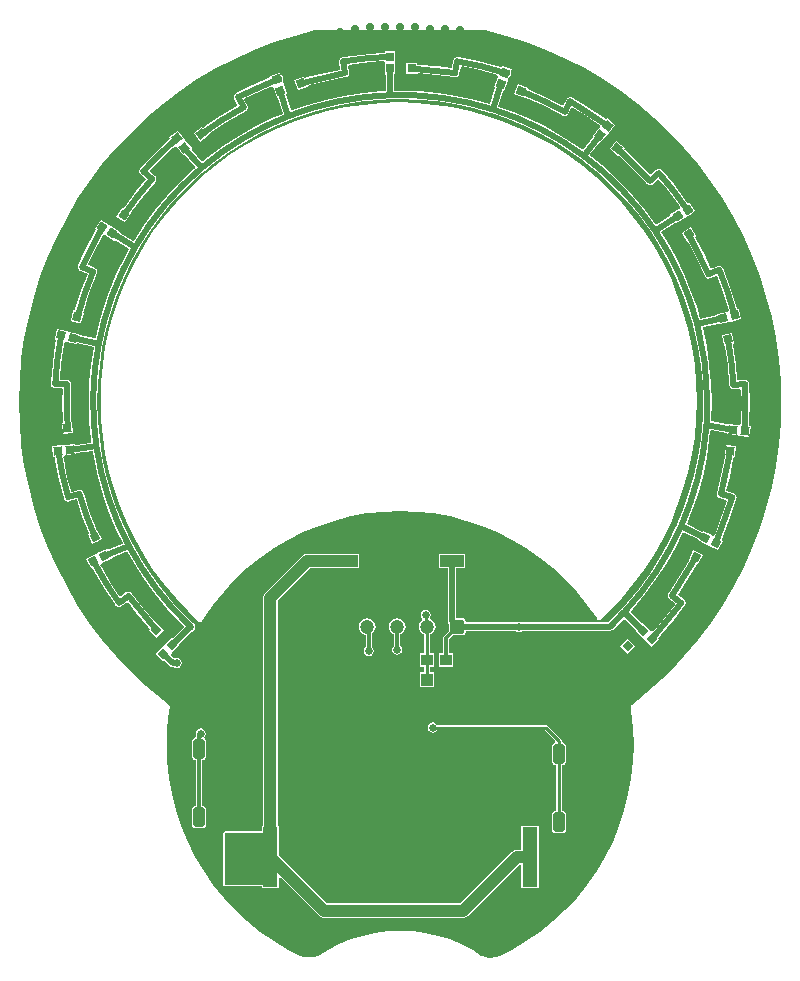
<source format=gtl>
G04*
G04 #@! TF.GenerationSoftware,Altium Limited,Altium Designer,18.1.7 (191)*
G04*
G04 Layer_Physical_Order=1*
G04 Layer_Color=255*
%FSLAX25Y25*%
%MOIN*%
G70*
G01*
G75*
%ADD11C,0.01000*%
%ADD15R,0.03937X0.03937*%
%ADD16R,0.03937X0.03740*%
%ADD17C,0.04724*%
G04:AMPARAMS|DCode=18|XSize=47.24mil|YSize=47.24mil|CornerRadius=5.91mil|HoleSize=0mil|Usage=FLASHONLY|Rotation=180.000|XOffset=0mil|YOffset=0mil|HoleType=Round|Shape=RoundedRectangle|*
%AMROUNDEDRECTD18*
21,1,0.04724,0.03543,0,0,180.0*
21,1,0.03543,0.04724,0,0,180.0*
1,1,0.01181,-0.01772,0.01772*
1,1,0.01181,0.01772,0.01772*
1,1,0.01181,0.01772,-0.01772*
1,1,0.01181,-0.01772,-0.01772*
%
%ADD18ROUNDEDRECTD18*%
%ADD19R,0.05000X0.20000*%
%ADD20R,0.15590X0.15590*%
%ADD21R,0.07874X0.03937*%
%ADD22P,0.03897X4X270.0*%
%ADD23P,0.03897X4X360.0*%
%ADD24P,0.03897X4X379.1*%
%ADD25P,0.03897X4X398.4*%
%ADD26P,0.03897X4X57.7*%
%ADD27P,0.03897X4X77.0*%
%ADD28P,0.03897X4X96.6*%
%ADD29P,0.03897X4X115.6*%
%ADD30R,0.02756X0.02756*%
%ADD31P,0.03897X4X154.5*%
%ADD32P,0.03897X4X173.5*%
%ADD33P,0.03897X4X192.8*%
%ADD34P,0.03897X4X212.1*%
%ADD35P,0.03897X4X231.4*%
%ADD36P,0.03897X4X250.7*%
G04:AMPARAMS|DCode=37|XSize=66.93mil|YSize=39.37mil|CornerRadius=9.84mil|HoleSize=0mil|Usage=FLASHONLY|Rotation=270.000|XOffset=0mil|YOffset=0mil|HoleType=Round|Shape=RoundedRectangle|*
%AMROUNDEDRECTD37*
21,1,0.06693,0.01968,0,0,270.0*
21,1,0.04724,0.03937,0,0,270.0*
1,1,0.01968,-0.00984,-0.02362*
1,1,0.01968,-0.00984,0.02362*
1,1,0.01968,0.00984,0.02362*
1,1,0.01968,0.00984,-0.02362*
%
%ADD37ROUNDEDRECTD37*%
%ADD62C,0.01968*%
%ADD63C,0.01181*%
%ADD64C,0.03937*%
%ADD65R,0.15000X0.17500*%
%ADD66C,0.02756*%
%ADD67C,0.02559*%
G36*
X28272Y123867D02*
X35173Y122087D01*
X41963Y119923D01*
X48621Y117381D01*
X55126Y114471D01*
X61458Y111199D01*
X67596Y107579D01*
X73522Y103619D01*
X79216Y99334D01*
X84661Y94736D01*
X89840Y89840D01*
X94736Y84661D01*
X99334Y79216D01*
X103619Y73522D01*
X107579Y67596D01*
X111199Y61458D01*
X114471Y55126D01*
X117381Y48621D01*
X119923Y41963D01*
X122087Y35173D01*
X123867Y28272D01*
X125258Y21282D01*
X126254Y14225D01*
X126853Y7124D01*
X127053Y0D01*
X126853Y-7124D01*
X126254Y-14225D01*
X125258Y-21282D01*
X123867Y-28272D01*
X122087Y-35173D01*
X119923Y-41963D01*
X117381Y-48621D01*
X114471Y-55126D01*
X111199Y-61458D01*
X107579Y-67596D01*
X103619Y-73522D01*
X99334Y-79216D01*
X94736Y-84661D01*
X89840Y-89840D01*
X84661Y-94736D01*
X79216Y-99334D01*
X77188Y-100860D01*
X77188Y-100860D01*
X77083Y-100967D01*
X76885Y-101265D01*
X76815Y-101616D01*
X76807Y-101766D01*
X76807D01*
X77047Y-103095D01*
X77641Y-108620D01*
X77840Y-114173D01*
X77641Y-119726D01*
X77047Y-125251D01*
X76061Y-130719D01*
X74687Y-136103D01*
X72932Y-141375D01*
X70806Y-146509D01*
X68318Y-151478D01*
X65483Y-156257D01*
X62314Y-160821D01*
X58827Y-165147D01*
X55041Y-169214D01*
X50974Y-173001D01*
X46648Y-176487D01*
X42083Y-179656D01*
X37305Y-182492D01*
X33152Y-184570D01*
X31693Y-185013D01*
X30000Y-185179D01*
X28307Y-185013D01*
X27520Y-184774D01*
D01*
X27083Y-184579D01*
X24095Y-182676D01*
X20366Y-180735D01*
X16482Y-179126D01*
X12472Y-177861D01*
X8368Y-176952D01*
X4200Y-176403D01*
X0Y-176219D01*
X-4200Y-176403D01*
X-8368Y-176952D01*
X-12472Y-177861D01*
X-16482Y-179126D01*
X-20366Y-180735D01*
X-24095Y-182676D01*
X-26772Y-184381D01*
X-26869Y-184433D01*
X-28497Y-184927D01*
X-30191Y-185094D01*
X-31884Y-184927D01*
X-33309Y-184494D01*
X-33311Y-184491D01*
X-33311Y-184491D01*
X-33311Y-184491D01*
X-37305Y-182492D01*
X-42083Y-179656D01*
X-46648Y-176487D01*
X-50974Y-173001D01*
X-55041Y-169214D01*
X-58827Y-165147D01*
X-62314Y-160821D01*
X-65483Y-156257D01*
X-68318Y-151478D01*
X-70806Y-146509D01*
X-72932Y-141375D01*
X-74687Y-136103D01*
X-76061Y-130719D01*
X-77047Y-125251D01*
X-77641Y-119726D01*
X-77840Y-114173D01*
X-77641Y-108620D01*
X-77047Y-103095D01*
X-76815Y-101807D01*
X-76815D01*
X-76808Y-101640D01*
X-76877Y-101289D01*
X-77076Y-100991D01*
X-77150Y-100888D01*
X-77150Y-100888D01*
X-79216Y-99334D01*
X-84661Y-94736D01*
X-89840Y-89840D01*
X-94736Y-84661D01*
X-99334Y-79216D01*
X-103619Y-73522D01*
X-107579Y-67596D01*
X-111199Y-61458D01*
X-114471Y-55126D01*
X-117381Y-48621D01*
X-119923Y-41963D01*
X-122087Y-35173D01*
X-123867Y-28272D01*
X-125258Y-21282D01*
X-126254Y-14225D01*
X-126853Y-7124D01*
X-127053Y0D01*
X-126853Y7124D01*
X-126254Y14225D01*
X-125258Y21282D01*
X-123867Y28272D01*
X-122087Y35173D01*
X-119923Y41963D01*
X-117381Y48621D01*
X-114471Y55126D01*
X-111199Y61458D01*
X-107579Y67596D01*
X-103619Y73522D01*
X-99334Y79216D01*
X-94736Y84661D01*
X-89840Y89840D01*
X-84661Y94736D01*
X-79216Y99334D01*
X-73522Y103619D01*
X-67596Y107579D01*
X-61458Y111199D01*
X-55126Y114471D01*
X-48621Y117381D01*
X-41963Y119923D01*
X-35173Y122087D01*
X-28272Y123867D01*
X-27605Y124000D01*
X27605D01*
X28272Y123867D01*
D02*
G37*
%LPC*%
G36*
X-1593Y116935D02*
X-5149D01*
Y116443D01*
X-6537Y116404D01*
X-13054Y115855D01*
X-19241Y114981D01*
X-19239Y114970D01*
X-19239Y114970D01*
X-19389Y114913D01*
X-19547Y114882D01*
X-19644Y114817D01*
X-19754Y114775D01*
X-19871Y114665D01*
X-20005Y114576D01*
X-20070Y114478D01*
X-20155Y114398D01*
X-20221Y114252D01*
X-20310Y114118D01*
X-20333Y114003D01*
X-20382Y113896D01*
X-20387Y113735D01*
X-20418Y113578D01*
X-20395Y113463D01*
X-20399Y113345D01*
X-19979Y110837D01*
X-25067Y109825D01*
X-31185Y108246D01*
X-31862Y108031D01*
X-32038Y108527D01*
X-35390Y107340D01*
X-34203Y103988D01*
X-30851Y105175D01*
Y105175D01*
X-30722Y105436D01*
X-30405Y105537D01*
X-24439Y107076D01*
X-18397Y108278D01*
X-18200Y108306D01*
X-18124Y108303D01*
X-17974Y108360D01*
X-17817Y108391D01*
X-17719Y108457D01*
X-17609Y108498D01*
X-17492Y108608D01*
X-17359Y108697D01*
X-17293Y108795D01*
X-17208Y108876D01*
X-17142Y109022D01*
X-17053Y109155D01*
X-17030Y109270D01*
X-16982Y109378D01*
X-16977Y109538D01*
X-16945Y109695D01*
X-16968Y109810D01*
X-16965Y109928D01*
X-17319Y112044D01*
X-17023Y112448D01*
X-12738Y113053D01*
X-6379Y113589D01*
X-5552Y113612D01*
X-5149Y113220D01*
Y112998D01*
X-5149Y112879D01*
Y109442D01*
X-5149D01*
X-4807Y109097D01*
X-4872Y103647D01*
X-6267Y103604D01*
X-12511Y103037D01*
X-18709Y102094D01*
X-24839Y100778D01*
X-30879Y99094D01*
X-36010Y97324D01*
X-36456Y97549D01*
X-38048Y102626D01*
X-37643Y102770D01*
X-38790Y106010D01*
X-38830Y106122D01*
X-38996Y106593D01*
X-39176Y107099D01*
X-39025Y107325D01*
X-38918Y107865D01*
X-39025Y108405D01*
X-39331Y108863D01*
X-39789Y109169D01*
X-39918Y109194D01*
X-40144Y109833D01*
X-43496Y108646D01*
X-43338Y108201D01*
X-44616Y107713D01*
X-50586Y105042D01*
X-54627Y102954D01*
X-54726Y102924D01*
X-54887Y102792D01*
X-55061Y102676D01*
X-55099Y102619D01*
X-55152Y102576D01*
X-55251Y102392D01*
X-55367Y102218D01*
X-55380Y102151D01*
X-55413Y102091D01*
X-55434Y101883D01*
X-55475Y101678D01*
X-55461Y101611D01*
X-55468Y101543D01*
X-55408Y101343D01*
X-55367Y101138D01*
X-55329Y101081D01*
X-55309Y101015D01*
X-54289Y99097D01*
X-54438Y98620D01*
X-54491Y98593D01*
X-59933Y95383D01*
X-65187Y91872D01*
X-65764Y91437D01*
X-66075Y91828D01*
X-68858Y89615D01*
X-66645Y86832D01*
X-63862Y89045D01*
Y89045D01*
X-63820Y89373D01*
X-63555Y89573D01*
X-58433Y92995D01*
X-53127Y96125D01*
X-51545Y96942D01*
X-51552Y96956D01*
X-51390Y97088D01*
X-51217Y97204D01*
X-51179Y97261D01*
X-51126Y97304D01*
X-51027Y97488D01*
X-50911Y97662D01*
X-50898Y97729D01*
X-50865Y97789D01*
X-50844Y97997D01*
X-50804Y98202D01*
X-50817Y98269D01*
X-50810Y98337D01*
X-50870Y98537D01*
X-50911Y98742D01*
X-50949Y98799D01*
X-50969Y98864D01*
X-51973Y100752D01*
X-51824Y101230D01*
X-49362Y102501D01*
X-43537Y105108D01*
X-42766Y105402D01*
X-42265Y105171D01*
X-42142Y104823D01*
X-40995Y101583D01*
X-40995D01*
X-40621Y101396D01*
X-38976Y96150D01*
X-42598Y94649D01*
X-48235Y91905D01*
X-53697Y88825D01*
X-58962Y85421D01*
X-64012Y81705D01*
X-65988Y80057D01*
X-69538Y84158D01*
X-69500Y84560D01*
Y84560D01*
X-71640Y87250D01*
X-71714Y87343D01*
X-72678Y88555D01*
X-72718Y88756D01*
X-73024Y89214D01*
X-73404Y89468D01*
X-74165Y90424D01*
X-76948Y88211D01*
X-76637Y87820D01*
X-77688Y86933D01*
X-82440Y82440D01*
X-86633Y78005D01*
X-86628Y78000D01*
X-86628Y78000D01*
X-86750Y77794D01*
X-86883Y77596D01*
X-86890Y77559D01*
X-86909Y77526D01*
X-86943Y77290D01*
X-86990Y77055D01*
X-86983Y77019D01*
X-86988Y76982D01*
X-86929Y76750D01*
X-86883Y76515D01*
X-86862Y76484D01*
X-86853Y76448D01*
X-86709Y76256D01*
X-86577Y76057D01*
X-86545Y76037D01*
X-86523Y76007D01*
X-84635Y74306D01*
X-88073Y70236D01*
X-91872Y65187D01*
X-92279Y64578D01*
X-92702Y64845D01*
X-94597Y61836D01*
X-91588Y59941D01*
X-89693Y62950D01*
X-89693Y62950D01*
X-89762Y63272D01*
X-89573Y63555D01*
X-85868Y68477D01*
X-81893Y73185D01*
X-81649Y73443D01*
X-81604Y73477D01*
X-81482Y73682D01*
X-81349Y73881D01*
X-81342Y73918D01*
X-81322Y73950D01*
X-81288Y74187D01*
X-81242Y74421D01*
X-81249Y74458D01*
X-81243Y74495D01*
X-81302Y74727D01*
X-81349Y74961D01*
X-81370Y74992D01*
X-81379Y75029D01*
X-81522Y75220D01*
X-81655Y75419D01*
X-81686Y75440D01*
X-81709Y75470D01*
X-83302Y76905D01*
X-83322Y77404D01*
X-80446Y80446D01*
X-75809Y84830D01*
X-75192Y85351D01*
X-74628Y85295D01*
X-74497Y85129D01*
X-74423Y85036D01*
X-72283Y82347D01*
X-71939Y82620D01*
X-68391Y78520D01*
X-68431Y78021D01*
X-68828Y77691D01*
X-73393Y73393D01*
X-77691Y68828D01*
X-81705Y64012D01*
X-85421Y58962D01*
X-88825Y53697D01*
X-88975Y53658D01*
X-93423Y56382D01*
X-93533Y56854D01*
Y56854D01*
X-96441Y58685D01*
X-96542Y58749D01*
X-96864Y58951D01*
X-96965Y59015D01*
X-99873Y60846D01*
X-101768Y57837D01*
X-101346Y57572D01*
X-102040Y56396D01*
X-105042Y50586D01*
X-107285Y45572D01*
X-107302Y45547D01*
X-107304Y45541D01*
X-107307Y45536D01*
X-107360Y45271D01*
X-107414Y45008D01*
X-107413Y45002D01*
X-107414Y44996D01*
X-107362Y44732D01*
X-107312Y44467D01*
X-107308Y44462D01*
X-107307Y44456D01*
X-107157Y44232D01*
X-107010Y44006D01*
X-107004Y44003D01*
X-107001Y43998D01*
X-106777Y43848D01*
X-106554Y43696D01*
X-104227Y42709D01*
X-106327Y37206D01*
X-108246Y31185D01*
X-108437Y30448D01*
X-108920Y30559D01*
X-109714Y27093D01*
X-108680Y26856D01*
X-108676Y26849D01*
X-108218Y26543D01*
X-107678Y26436D01*
X-107233Y26524D01*
X-106248Y26299D01*
X-105454Y29765D01*
X-105454Y29765D01*
X-105628Y30051D01*
X-105537Y30405D01*
X-103666Y36274D01*
X-101469Y42030D01*
X-101078Y42905D01*
X-101078Y42905D01*
X-101075Y42917D01*
X-101070Y42940D01*
X-100984Y43366D01*
X-100968Y43445D01*
X-100969Y43451D01*
X-100968Y43457D01*
X-101020Y43721D01*
X-101070Y43986D01*
X-101074Y43991D01*
X-101075Y43997D01*
X-101225Y44221D01*
X-101372Y44447D01*
X-101377Y44450D01*
X-101381Y44455D01*
X-101605Y44605D01*
X-101828Y44756D01*
X-103797Y45592D01*
X-103980Y46058D01*
X-102501Y49362D01*
X-99572Y55032D01*
X-99167Y55719D01*
X-98616Y55853D01*
X-98436Y55739D01*
X-98336Y55676D01*
X-95428Y53845D01*
X-95221Y54173D01*
X-90267Y51139D01*
X-91905Y48235D01*
X-94649Y42598D01*
X-97049Y36806D01*
X-99094Y30879D01*
X-100778Y24839D01*
X-101489Y21525D01*
X-101910Y21254D01*
X-106799Y22326D01*
X-107062Y22742D01*
Y22742D01*
X-110413Y23509D01*
X-110900Y23621D01*
X-111016Y23648D01*
X-114366Y24415D01*
X-115160Y20949D01*
X-114680Y20839D01*
X-114940Y19529D01*
X-115855Y13054D01*
X-116399Y6597D01*
X-116404Y6537D01*
X-116416Y6101D01*
X-116411Y6027D01*
X-116304Y5487D01*
X-115998Y5029D01*
X-115540Y4723D01*
X-115000Y4615D01*
X-112878D01*
X-112530Y4257D01*
X-112649Y0D01*
X-112472Y-6316D01*
X-112409Y-7063D01*
X-112908Y-7119D01*
X-112512Y-10653D01*
X-108978Y-10256D01*
X-109375Y-6723D01*
X-109375D01*
X-109626Y-6516D01*
X-109657Y-6158D01*
X-109829Y0D01*
X-109668Y5747D01*
X-109668Y5747D01*
X-109657Y5821D01*
X-109657Y6027D01*
X-109657Y6027D01*
X-109696Y6227D01*
X-109764Y6567D01*
X-110070Y7025D01*
X-110528Y7331D01*
X-111068Y7438D01*
X-113130D01*
X-113469Y7806D01*
X-113053Y12738D01*
X-112161Y19057D01*
X-112010Y19813D01*
X-111537Y20119D01*
X-111322Y20070D01*
X-111207Y20043D01*
X-107856Y19276D01*
X-107771Y19649D01*
X-102138Y18415D01*
X-103037Y12511D01*
X-103604Y6267D01*
X-103794Y0D01*
X-103604Y-6267D01*
X-103037Y-12511D01*
X-102933Y-13194D01*
X-103236Y-13592D01*
X-108184Y-14189D01*
X-108572Y-13882D01*
Y-13882D01*
X-111987Y-14266D01*
X-112105Y-14279D01*
X-112484Y-14321D01*
X-112602Y-14334D01*
X-116018Y-14718D01*
X-115621Y-18251D01*
X-115129Y-18196D01*
X-114940Y-19529D01*
X-113664Y-25943D01*
X-112067Y-32135D01*
X-112067Y-32135D01*
X-112000Y-32282D01*
X-111917Y-32407D01*
X-111832Y-32560D01*
X-111801Y-32620D01*
X-111739Y-32673D01*
X-111695Y-32740D01*
X-111531Y-32849D01*
X-111381Y-32976D01*
X-111304Y-33001D01*
X-111237Y-33046D01*
X-111044Y-33084D01*
X-110856Y-33144D01*
X-110776Y-33137D01*
X-110696Y-33153D01*
X-110503Y-33115D01*
X-110307Y-33098D01*
X-107860Y-32397D01*
X-106327Y-37206D01*
X-104074Y-43109D01*
X-103765Y-43801D01*
X-104219Y-44019D01*
X-102677Y-47223D01*
X-101396Y-46607D01*
X-101065Y-46541D01*
X-100607Y-46235D01*
X-100599Y-46224D01*
X-99472Y-45681D01*
X-101014Y-42477D01*
X-101014D01*
X-101319Y-42366D01*
X-101469Y-42030D01*
X-103666Y-36274D01*
X-105537Y-30405D01*
X-105547Y-30365D01*
X-105555Y-30268D01*
X-105592Y-30196D01*
X-105608Y-30116D01*
X-105717Y-29953D01*
X-105807Y-29778D01*
X-105869Y-29726D01*
X-105914Y-29658D01*
X-106078Y-29549D01*
X-106228Y-29422D01*
X-106305Y-29397D01*
X-106372Y-29353D01*
X-106565Y-29314D01*
X-106752Y-29254D01*
X-106833Y-29261D01*
X-106912Y-29245D01*
X-107105Y-29283D01*
X-107301Y-29300D01*
X-109365Y-29892D01*
X-109799Y-29643D01*
X-110916Y-25316D01*
X-112161Y-19057D01*
X-112270Y-18283D01*
X-111924Y-17837D01*
X-111709Y-17812D01*
X-111591Y-17799D01*
X-108175Y-17416D01*
X-108218Y-17037D01*
X-102454Y-16341D01*
X-102094Y-18709D01*
X-100778Y-24839D01*
X-99094Y-30879D01*
X-97049Y-36806D01*
X-94649Y-42598D01*
X-92565Y-46880D01*
X-92742Y-47347D01*
X-97688Y-49389D01*
X-97890Y-48969D01*
X-100987Y-50460D01*
X-101094Y-50511D01*
X-101545Y-50728D01*
X-104642Y-52219D01*
X-103100Y-55423D01*
X-102654Y-55208D01*
X-102040Y-56396D01*
X-98717Y-62028D01*
X-95200Y-67292D01*
X-95084Y-67466D01*
X-94909Y-67698D01*
X-94749Y-67870D01*
X-94616Y-67959D01*
X-94499Y-68069D01*
X-94389Y-68111D01*
X-94292Y-68176D01*
X-94134Y-68208D01*
X-93984Y-68264D01*
X-93867Y-68261D01*
X-93752Y-68284D01*
X-93594Y-68252D01*
X-93434Y-68247D01*
X-93327Y-68199D01*
X-93211Y-68176D01*
X-93078Y-68087D01*
X-92932Y-68021D01*
X-90854Y-66539D01*
X-88073Y-70236D01*
X-83996Y-75063D01*
X-83466Y-75624D01*
X-83819Y-75977D01*
X-81305Y-78492D01*
X-78790Y-75977D01*
X-81305Y-73463D01*
X-81305D01*
X-81634Y-73458D01*
X-81893Y-73185D01*
X-85868Y-68477D01*
X-89373Y-63820D01*
X-89397Y-63766D01*
X-89483Y-63686D01*
X-89548Y-63588D01*
X-89682Y-63499D01*
X-89798Y-63389D01*
X-89908Y-63348D01*
X-90006Y-63282D01*
X-90163Y-63251D01*
X-90313Y-63194D01*
X-90431Y-63198D01*
X-90546Y-63175D01*
X-90703Y-63206D01*
X-90864Y-63211D01*
X-90971Y-63259D01*
X-91086Y-63282D01*
X-91220Y-63371D01*
X-91366Y-63437D01*
X-93119Y-64688D01*
X-93611Y-64598D01*
X-96330Y-60528D01*
X-99572Y-55032D01*
X-99927Y-54345D01*
X-99748Y-53810D01*
X-99445Y-53664D01*
X-96348Y-52173D01*
Y-52173D01*
X-96219Y-51836D01*
X-91072Y-49712D01*
X-88825Y-53697D01*
X-85421Y-58962D01*
X-81705Y-64012D01*
X-77691Y-68828D01*
X-73393Y-73393D01*
X-72125Y-74587D01*
X-72120Y-75087D01*
X-75938Y-78829D01*
X-76210Y-78557D01*
X-78641Y-80988D01*
X-78725Y-81072D01*
X-78994Y-81341D01*
X-79078Y-81425D01*
X-81509Y-83856D01*
X-78994Y-86370D01*
X-78735Y-86111D01*
X-76848Y-87998D01*
X-76390Y-88304D01*
X-75850Y-88411D01*
X-75411D01*
X-75155Y-88582D01*
X-74500Y-88712D01*
X-73845Y-88582D01*
X-73289Y-88211D01*
X-72918Y-87655D01*
X-72788Y-87000D01*
X-72918Y-86345D01*
X-73289Y-85789D01*
X-73845Y-85418D01*
X-74500Y-85288D01*
X-75155Y-85418D01*
X-75324Y-85530D01*
X-76489Y-84365D01*
Y-83865D01*
X-76210Y-83586D01*
X-76126Y-83502D01*
X-73696Y-81072D01*
Y-81072D01*
X-73694Y-80581D01*
X-69681Y-76649D01*
X-69345Y-76582D01*
X-68789Y-76211D01*
X-68418Y-75655D01*
X-68288Y-75000D01*
X-68418Y-74345D01*
X-68789Y-73789D01*
X-69036Y-73624D01*
X-71399Y-71399D01*
X-75580Y-66958D01*
X-79485Y-62273D01*
X-83100Y-57360D01*
X-86412Y-52238D01*
X-89143Y-47395D01*
X-89144Y-47389D01*
X-89145Y-47388D01*
X-89145Y-47387D01*
X-89160Y-47364D01*
X-89408Y-46925D01*
X-92078Y-41441D01*
X-94412Y-35806D01*
X-96402Y-30040D01*
X-98040Y-24165D01*
X-99320Y-18201D01*
X-99872Y-14571D01*
X-100238Y-12171D01*
X-100790Y-6097D01*
X-100974Y0D01*
X-100790Y6097D01*
X-100238Y12171D01*
X-99320Y18201D01*
X-98040Y24165D01*
X-96402Y30040D01*
X-94412Y35806D01*
X-92078Y41441D01*
X-89408Y46925D01*
X-87154Y50921D01*
X-86412Y52238D01*
X-83100Y57360D01*
X-79485Y62273D01*
X-75580Y66958D01*
X-71399Y71399D01*
X-66958Y75580D01*
X-65240Y77012D01*
X-62273Y79485D01*
X-57360Y83100D01*
X-52238Y86412D01*
X-46925Y89408D01*
X-41441Y92078D01*
X-36730Y94029D01*
X-35806Y94412D01*
X-30040Y96402D01*
X-24165Y98040D01*
X-18201Y99320D01*
X-12171Y100238D01*
X-6097Y100790D01*
X-3428Y100870D01*
X0Y100974D01*
X6097Y100790D01*
X12171Y100238D01*
X18201Y99320D01*
X24165Y98040D01*
X30040Y96402D01*
X30279Y96320D01*
X30310Y96299D01*
X30369Y96287D01*
X30421Y96258D01*
X30475Y96252D01*
X35806Y94412D01*
X41441Y92078D01*
X46925Y89408D01*
X52238Y86412D01*
X57360Y83100D01*
X60241Y80980D01*
X62273Y79485D01*
X66958Y75580D01*
X71399Y71399D01*
X75580Y66958D01*
X79485Y62273D01*
X83100Y57360D01*
X83837Y56220D01*
X86412Y52238D01*
X89408Y46925D01*
X92078Y41441D01*
X94412Y35806D01*
X96402Y30040D01*
X97629Y25640D01*
X98040Y24165D01*
X99320Y18201D01*
X100238Y12171D01*
X100790Y6097D01*
X100971Y101D01*
X100951Y0D01*
X100971Y-101D01*
X100790Y-6097D01*
X100672Y-7399D01*
X100563Y-8594D01*
X100238Y-12171D01*
X99320Y-18201D01*
X98040Y-24165D01*
X96402Y-30040D01*
X94412Y-35806D01*
X92353Y-40778D01*
X92344Y-40790D01*
X92338Y-40815D01*
X92329Y-40836D01*
X92312Y-40861D01*
X92306Y-40890D01*
X92078Y-41441D01*
X89408Y-46925D01*
X86412Y-52238D01*
X83100Y-57360D01*
X79485Y-62273D01*
X75580Y-66958D01*
X73674Y-68983D01*
Y-68983D01*
X73674Y-69014D01*
X69267Y-73421D01*
X40160D01*
X40155Y-73418D01*
X39500Y-73288D01*
X38845Y-73418D01*
X38840Y-73421D01*
X21782D01*
Y-73061D01*
X21705Y-72674D01*
X21486Y-72347D01*
X21158Y-72128D01*
X20772Y-72051D01*
X18628D01*
Y-55305D01*
X21554D01*
Y-50568D01*
X12879D01*
Y-55305D01*
X15805D01*
Y-73049D01*
X15913Y-73589D01*
X16218Y-74047D01*
Y-76186D01*
X14585Y-77819D01*
X14366Y-78147D01*
X14289Y-78533D01*
Y-83730D01*
X12931D01*
Y-88270D01*
X17668D01*
Y-83730D01*
X16309D01*
Y-78952D01*
X17647Y-77614D01*
X20772D01*
X21158Y-77537D01*
X21486Y-77318D01*
X21705Y-76991D01*
X21782Y-76604D01*
Y-76244D01*
X38339D01*
X38845Y-76582D01*
X39500Y-76712D01*
X40155Y-76582D01*
X40661Y-76244D01*
X69851D01*
X70391Y-76136D01*
X70849Y-75831D01*
X74463Y-72216D01*
X74963Y-72218D01*
X78737Y-76038D01*
X78469Y-76305D01*
X80900Y-78736D01*
X80984Y-78820D01*
X81253Y-79089D01*
X81337Y-79173D01*
X83768Y-81604D01*
X86282Y-79089D01*
X85935Y-78742D01*
X86933Y-77688D01*
X91152Y-72691D01*
X94909Y-67698D01*
X94901Y-67692D01*
X94966Y-67546D01*
X95055Y-67412D01*
X95078Y-67297D01*
X95127Y-67190D01*
X95132Y-67030D01*
X95163Y-66872D01*
X95140Y-66757D01*
X95144Y-66639D01*
X95087Y-66489D01*
X95055Y-66332D01*
X94990Y-66234D01*
X94948Y-66124D01*
X94839Y-66008D01*
X94749Y-65874D01*
X94652Y-65809D01*
X94571Y-65723D01*
X92501Y-64246D01*
X95383Y-59933D01*
X98593Y-54491D01*
X98893Y-53910D01*
X99334Y-54124D01*
X100887Y-50926D01*
X97689Y-49372D01*
X96135Y-52571D01*
X96135Y-52571D01*
X96244Y-52897D01*
X96125Y-53127D01*
X92995Y-58433D01*
X89573Y-63555D01*
X89453Y-63714D01*
X89397Y-63766D01*
X89331Y-63913D01*
X89242Y-64046D01*
X89219Y-64161D01*
X89171Y-64269D01*
X89166Y-64429D01*
X89135Y-64586D01*
X89158Y-64701D01*
X89154Y-64819D01*
X89211Y-64969D01*
X89242Y-65126D01*
X89308Y-65224D01*
X89349Y-65334D01*
X89459Y-65451D01*
X89548Y-65584D01*
X89646Y-65649D01*
X89727Y-65735D01*
X91474Y-66981D01*
X91550Y-67475D01*
X88947Y-70933D01*
X84830Y-75809D01*
X84219Y-76456D01*
X83657Y-76464D01*
X83498Y-76305D01*
X83414Y-76221D01*
X80984Y-73791D01*
X80983Y-73791D01*
X80483Y-73790D01*
X76662Y-69921D01*
X77691Y-68828D01*
X81705Y-64012D01*
X85421Y-58962D01*
X88825Y-53697D01*
X91905Y-48235D01*
X94308Y-43300D01*
X99120Y-45613D01*
X99285Y-46085D01*
X99282Y-46090D01*
X102374Y-47591D01*
X102824Y-47810D01*
X102931Y-47862D01*
X106023Y-49363D01*
X107576Y-46164D01*
X107119Y-45943D01*
X107713Y-44616D01*
X110045Y-38506D01*
X111923Y-32614D01*
X112031Y-32276D01*
X112067Y-32135D01*
X112053Y-32131D01*
X112069Y-31935D01*
X112108Y-31742D01*
X112092Y-31662D01*
X112099Y-31582D01*
X112039Y-31395D01*
X112000Y-31202D01*
X111955Y-31134D01*
X111931Y-31058D01*
X111804Y-30907D01*
X111695Y-30744D01*
X111627Y-30699D01*
X111575Y-30637D01*
X111400Y-30547D01*
X111237Y-30438D01*
X111157Y-30422D01*
X111085Y-30385D01*
X108634Y-29682D01*
X109825Y-25067D01*
X111057Y-18869D01*
X111150Y-18214D01*
X111638Y-18270D01*
X112047Y-14738D01*
X108515Y-14329D01*
X108106Y-17862D01*
X108106D01*
X108315Y-18132D01*
X108278Y-18397D01*
X107076Y-24439D01*
X105590Y-30201D01*
X105555Y-30268D01*
X105539Y-30464D01*
X105501Y-30656D01*
X105516Y-30736D01*
X105510Y-30816D01*
X105570Y-31004D01*
X105608Y-31197D01*
X105653Y-31264D01*
X105678Y-31341D01*
X105805Y-31491D01*
X105914Y-31655D01*
X105981Y-31699D01*
X106033Y-31761D01*
X106208Y-31851D01*
X106372Y-31960D01*
X106451Y-31976D01*
X106523Y-32013D01*
X108591Y-32606D01*
X108827Y-33047D01*
X107384Y-37575D01*
X105108Y-43537D01*
X104751Y-44336D01*
X104213Y-44531D01*
X104034Y-44445D01*
X103928Y-44393D01*
X100836Y-42891D01*
X100672Y-43227D01*
X95432Y-40708D01*
X97049Y-36806D01*
X99094Y-30879D01*
X100778Y-24839D01*
X102094Y-18709D01*
X103037Y-12511D01*
X103307Y-9541D01*
X103706Y-9239D01*
X108990Y-10222D01*
X108934Y-10705D01*
X112348Y-11100D01*
X112466Y-11113D01*
X112845Y-11157D01*
X112963Y-11171D01*
X116377Y-11566D01*
X116786Y-8034D01*
X116283Y-7975D01*
X116404Y-6537D01*
X116588Y0D01*
X116416Y6101D01*
X116409Y6101D01*
X116409Y6101D01*
X116350Y6333D01*
X116304Y6567D01*
X116283Y6598D01*
X116274Y6634D01*
X116130Y6826D01*
X115998Y7025D01*
X115966Y7046D01*
X115944Y7076D01*
X115739Y7198D01*
X115540Y7331D01*
X115503Y7338D01*
X115471Y7357D01*
X115234Y7392D01*
X115000Y7438D01*
X114963Y7431D01*
X114926Y7436D01*
X112389Y7303D01*
X111941Y12613D01*
X111057Y18869D01*
X110926Y19528D01*
X111407Y19636D01*
X110626Y23105D01*
X107157Y22324D01*
X107938Y18855D01*
X107938D01*
X108223Y18669D01*
X108278Y18397D01*
X109139Y12297D01*
X109657Y6158D01*
X109667Y5802D01*
X109659Y5747D01*
X109718Y5515D01*
X109764Y5281D01*
X109785Y5250D01*
X109794Y5213D01*
X109937Y5022D01*
X110070Y4823D01*
X110101Y4802D01*
X110124Y4772D01*
X110329Y4650D01*
X110528Y4517D01*
X110565Y4510D01*
X110597Y4490D01*
X110834Y4456D01*
X111068Y4409D01*
X111105Y4417D01*
X111142Y4411D01*
X113283Y4524D01*
X113651Y4185D01*
X113768Y0D01*
X113589Y-6379D01*
X113516Y-7242D01*
X113074Y-7604D01*
X112875Y-7581D01*
X112757Y-7567D01*
X109343Y-7172D01*
X109343Y-7172D01*
X109078Y-7368D01*
X103597Y-6348D01*
X103604Y-6267D01*
X103794Y0D01*
X103604Y6267D01*
X103037Y12511D01*
X102094Y18709D01*
X100778Y24839D01*
X100862Y24982D01*
X105930Y26152D01*
X106354Y25886D01*
X106354Y25883D01*
X109707Y26639D01*
X109823Y26665D01*
X110195Y26749D01*
X110311Y26775D01*
X113664Y27530D01*
X112882Y30999D01*
X112389Y30888D01*
X112031Y32276D01*
X110045Y38506D01*
X107713Y44616D01*
X107696Y44609D01*
X107390Y45067D01*
X106932Y45373D01*
X106392Y45480D01*
X105851Y45373D01*
X103497Y44398D01*
X101493Y48877D01*
X98593Y54491D01*
X98258Y55058D01*
X98705Y55337D01*
X96820Y58353D01*
X93805Y56469D01*
X95689Y53453D01*
X95689D01*
X95974Y53383D01*
X96125Y53127D01*
X98953Y47653D01*
X101433Y42112D01*
X101450Y42022D01*
X101756Y41564D01*
X102214Y41258D01*
X102754Y41151D01*
X103294Y41258D01*
X105280Y42081D01*
X105739Y41883D01*
X107384Y37575D01*
X109322Y31495D01*
X109536Y30665D01*
X109238Y30178D01*
X109042Y30134D01*
X108925Y30108D01*
X105573Y29352D01*
X105655Y28985D01*
X99987Y27676D01*
X99094Y30879D01*
X97049Y36806D01*
X94649Y42598D01*
X91905Y48235D01*
X88825Y53697D01*
X86943Y56607D01*
X91458Y59651D01*
X91871Y59563D01*
X91871Y59563D01*
X94786Y61384D01*
X94887Y61447D01*
X95210Y61649D01*
X96013Y62151D01*
X96028Y62148D01*
X96568Y62256D01*
X97026Y62562D01*
X97281Y62944D01*
X98225Y63534D01*
X96341Y66549D01*
X95886Y66265D01*
X95084Y67466D01*
X91152Y72691D01*
X87308Y77243D01*
X87308Y77243D01*
X87246Y77304D01*
X87073Y77419D01*
X86918Y77535D01*
X86866Y77574D01*
X86824Y77585D01*
X86788Y77610D01*
X86559Y77655D01*
X86334Y77714D01*
X86291Y77709D01*
X86248Y77717D01*
X86019Y77672D01*
X85788Y77640D01*
X85751Y77618D01*
X85708Y77610D01*
X85514Y77480D01*
X85313Y77363D01*
X83412Y75681D01*
X79655Y79655D01*
X75063Y83996D01*
X74540Y84438D01*
X74865Y84848D01*
X72079Y87056D01*
X69870Y84270D01*
X72657Y82061D01*
X72657D01*
X72951Y82090D01*
X73185Y81893D01*
X77661Y77661D01*
X81893Y73185D01*
X82224Y72793D01*
X82242Y72762D01*
X82277Y72735D01*
X82301Y72699D01*
X82495Y72569D01*
X82680Y72428D01*
X82723Y72417D01*
X82759Y72393D01*
X82988Y72347D01*
X83213Y72288D01*
X83256Y72294D01*
X83299Y72285D01*
X83528Y72331D01*
X83759Y72362D01*
X83797Y72384D01*
X83839Y72393D01*
X84033Y72522D01*
X84234Y72640D01*
X85839Y74060D01*
X86338Y74023D01*
X88947Y70933D01*
X92785Y65834D01*
X93260Y65122D01*
X93137Y64547D01*
X92901Y64400D01*
X89987Y62579D01*
X90213Y62216D01*
X85409Y58978D01*
X81705Y64012D01*
X77691Y68828D01*
X73393Y73393D01*
X68828Y77691D01*
X64012Y81705D01*
X63403Y82153D01*
X63340Y82649D01*
X66704Y86778D01*
X67010Y86536D01*
X69145Y89230D01*
X69219Y89323D01*
X69456Y89621D01*
X69530Y89715D01*
X71664Y92408D01*
X68878Y94617D01*
X68582Y94244D01*
X67466Y95084D01*
X62028Y98717D01*
X57436Y101427D01*
X57401Y101456D01*
X57319Y101484D01*
X57246Y101532D01*
X57059Y101569D01*
X56878Y101629D01*
X56792Y101622D01*
X56706Y101639D01*
X56519Y101602D01*
X56329Y101588D01*
X56251Y101549D01*
X56166Y101532D01*
X56008Y101426D01*
X55837Y101340D01*
X55781Y101274D01*
X55708Y101226D01*
X55602Y101067D01*
X55478Y100923D01*
X54234Y98725D01*
X48877Y101493D01*
X43109Y104074D01*
X42458Y104323D01*
X42623Y104791D01*
X39269Y105972D01*
X38087Y102618D01*
X41442Y101437D01*
X41442Y101437D01*
X41746Y101578D01*
X42030Y101469D01*
X47653Y98953D01*
X53127Y96125D01*
X54070Y95569D01*
Y95569D01*
X54228Y95497D01*
X54403Y95463D01*
X54538Y95420D01*
X54596Y95401D01*
X54682Y95407D01*
X54768Y95390D01*
X54955Y95427D01*
X55145Y95441D01*
X55222Y95481D01*
X55308Y95497D01*
X55466Y95603D01*
X55637Y95689D01*
X55693Y95755D01*
X55766Y95803D01*
X55871Y95962D01*
X55996Y96106D01*
X57049Y97968D01*
X57532Y98097D01*
X60528Y96330D01*
X65834Y92785D01*
X66514Y92273D01*
X66585Y91724D01*
X66432Y91531D01*
X66358Y91438D01*
X64223Y88745D01*
Y88745D01*
X64276Y88266D01*
X60834Y84043D01*
X58962Y85421D01*
X53697Y88825D01*
X48235Y91905D01*
X42598Y94649D01*
X36806Y97049D01*
X32616Y98495D01*
X34256Y103636D01*
X34646Y103830D01*
X34646D01*
X35787Y107072D01*
X35954Y107543D01*
X35993Y107655D01*
X36211Y108274D01*
X36584Y108523D01*
X36890Y108981D01*
X36997Y109521D01*
X36890Y110061D01*
X36857Y110110D01*
X37135Y110897D01*
X33781Y112078D01*
X33614Y111604D01*
X32276Y112031D01*
X25943Y113664D01*
X19734Y114900D01*
X19529Y114940D01*
X19241Y114981D01*
X19006Y114989D01*
X18849Y114958D01*
X18689Y114953D01*
X18582Y114905D01*
X18466Y114882D01*
X18333Y114793D01*
X18187Y114727D01*
X18106Y114641D01*
X18009Y114576D01*
X17919Y114443D01*
X17810Y114326D01*
X17768Y114216D01*
X17703Y114118D01*
X17671Y113961D01*
X17615Y113811D01*
X17193Y111294D01*
X12613Y111941D01*
X6316Y112472D01*
X5612Y112492D01*
Y112998D01*
X2056D01*
Y109442D01*
X5612D01*
Y109442D01*
X5841Y109666D01*
X6158Y109657D01*
X12297Y109139D01*
X18069Y108324D01*
X18124Y108303D01*
X18241Y108307D01*
X18357Y108284D01*
X18514Y108315D01*
X18674Y108320D01*
X18781Y108368D01*
X18897Y108391D01*
X19030Y108480D01*
X19176Y108546D01*
X19257Y108632D01*
X19355Y108697D01*
X19444Y108830D01*
X19554Y108947D01*
X19595Y109057D01*
X19661Y109155D01*
X19692Y109312D01*
X19749Y109462D01*
X20104Y111586D01*
X20516Y111870D01*
X25316Y110916D01*
X31495Y109322D01*
X32288Y109069D01*
X32541Y108560D01*
X32473Y108365D01*
X32433Y108253D01*
X31292Y105011D01*
X31687Y104872D01*
X29929Y99359D01*
X24839Y100778D01*
X18709Y102094D01*
X12511Y103037D01*
X6267Y103604D01*
X0Y103794D01*
X-1687Y103743D01*
X-2044Y104093D01*
X-1980Y109442D01*
X-1593D01*
Y112879D01*
X-1593Y112998D01*
Y113379D01*
X-1593Y113498D01*
Y116935D01*
D02*
G37*
G36*
X-500Y99871D02*
X-6500Y99689D01*
X-12478Y99146D01*
X-18412Y98243D01*
X-24281Y96983D01*
X-30063Y95371D01*
X-35737Y93413D01*
X-41283Y91116D01*
X-46680Y88488D01*
X-51908Y85539D01*
X-56949Y82280D01*
X-61784Y78723D01*
X-66395Y74880D01*
X-70766Y70766D01*
X-74880Y66395D01*
X-78723Y61784D01*
X-82280Y56949D01*
X-85539Y51908D01*
X-88488Y46680D01*
X-91116Y41283D01*
X-93413Y35737D01*
X-95371Y30063D01*
X-96983Y24281D01*
X-98243Y18412D01*
X-99146Y12478D01*
X-99689Y6500D01*
X-99871Y500D01*
X-99689Y-5500D01*
X-99146Y-11478D01*
X-98243Y-17412D01*
X-96983Y-23281D01*
X-95371Y-29063D01*
X-93413Y-34737D01*
X-91116Y-40283D01*
X-88488Y-45680D01*
X-85539Y-50908D01*
X-82280Y-55949D01*
X-78723Y-60784D01*
X-74880Y-65395D01*
X-70766Y-69766D01*
X-67458Y-72879D01*
X-67370Y-73010D01*
X-67073Y-73209D01*
X-66721Y-73279D01*
X-66370Y-73209D01*
X-66073Y-73010D01*
X-66061Y-72993D01*
X-66050Y-72986D01*
X-65954Y-72842D01*
X-65936Y-72853D01*
X-65483Y-72090D01*
X-62314Y-67526D01*
X-58827Y-63199D01*
X-55041Y-59132D01*
X-50974Y-55346D01*
X-46648Y-51859D01*
X-42083Y-48690D01*
X-37305Y-45855D01*
X-32336Y-43368D01*
X-27202Y-41241D01*
X-21930Y-39487D01*
X-16546Y-38112D01*
X-11078Y-37126D01*
X-5553Y-36532D01*
X0Y-36334D01*
X5553Y-36532D01*
X11078Y-37126D01*
X16546Y-38112D01*
X21930Y-39487D01*
X27202Y-41241D01*
X32336Y-43368D01*
X37305Y-45855D01*
X42083Y-48690D01*
X46648Y-51859D01*
X50974Y-55346D01*
X55041Y-59132D01*
X58827Y-63199D01*
X62314Y-67526D01*
X65483Y-72090D01*
X65566Y-72231D01*
X65571Y-72227D01*
X65681Y-72391D01*
X65978Y-72590D01*
X66330Y-72660D01*
X66596Y-72607D01*
X66681Y-72590D01*
X66735Y-72554D01*
X66738Y-72553D01*
X67006Y-72374D01*
X67001Y-72368D01*
X69766Y-69766D01*
X73880Y-65395D01*
X77723Y-60784D01*
X81280Y-55949D01*
X84539Y-50908D01*
X87488Y-45680D01*
X90116Y-40283D01*
X92413Y-34737D01*
X94371Y-29063D01*
X95983Y-23281D01*
X97243Y-17412D01*
X98146Y-11478D01*
X98689Y-5500D01*
X98870Y500D01*
X98689Y6500D01*
X98146Y12478D01*
X97243Y18412D01*
X95983Y24281D01*
X94371Y30063D01*
X92413Y35737D01*
X90116Y41283D01*
X87488Y46680D01*
X84539Y51908D01*
X81280Y56949D01*
X77723Y61784D01*
X73880Y66395D01*
X69766Y70766D01*
X65395Y74880D01*
X60784Y78723D01*
X55949Y82280D01*
X50908Y85539D01*
X45680Y88488D01*
X40283Y91116D01*
X34737Y93413D01*
X29063Y95371D01*
X23281Y96983D01*
X17412Y98243D01*
X11478Y99146D01*
X5500Y99689D01*
X-500Y99871D01*
D02*
G37*
G36*
X75889Y-78885D02*
X73375Y-81400D01*
X75889Y-83914D01*
X78404Y-81400D01*
X75889Y-78885D01*
D02*
G37*
G36*
X-1000Y-72047D02*
X-1721Y-72141D01*
X-2393Y-72420D01*
X-2970Y-72862D01*
X-3413Y-73440D01*
X-3691Y-74111D01*
X-3786Y-74832D01*
X-3691Y-75554D01*
X-3413Y-76226D01*
X-2970Y-76802D01*
X-2393Y-77245D01*
X-2010Y-77404D01*
Y-81155D01*
X-2211Y-81289D01*
X-2582Y-81845D01*
X-2712Y-82500D01*
X-2582Y-83155D01*
X-2211Y-83711D01*
X-1655Y-84082D01*
X-1000Y-84212D01*
X-345Y-84082D01*
X211Y-83711D01*
X582Y-83155D01*
X712Y-82500D01*
X582Y-81845D01*
X211Y-81289D01*
X10Y-81155D01*
Y-77404D01*
X393Y-77245D01*
X970Y-76802D01*
X1413Y-76226D01*
X1691Y-75554D01*
X1786Y-74832D01*
X1691Y-74111D01*
X1413Y-73440D01*
X970Y-72862D01*
X393Y-72420D01*
X-279Y-72141D01*
X-1000Y-72047D01*
D02*
G37*
G36*
X-11000Y-72047D02*
X-11721Y-72141D01*
X-12393Y-72420D01*
X-12970Y-72862D01*
X-13413Y-73440D01*
X-13691Y-74111D01*
X-13786Y-74832D01*
X-13691Y-75554D01*
X-13413Y-76226D01*
X-12970Y-76802D01*
X-12393Y-77245D01*
X-11721Y-77524D01*
X-11510Y-77551D01*
Y-81655D01*
X-11711Y-81789D01*
X-12082Y-82345D01*
X-12212Y-83000D01*
X-12082Y-83655D01*
X-11711Y-84211D01*
X-11155Y-84582D01*
X-10500Y-84712D01*
X-9845Y-84582D01*
X-9289Y-84211D01*
X-8918Y-83655D01*
X-8788Y-83000D01*
X-8918Y-82345D01*
X-9289Y-81789D01*
X-9490Y-81655D01*
Y-77156D01*
X-9030Y-76802D01*
X-8587Y-76226D01*
X-8309Y-75554D01*
X-8214Y-74832D01*
X-8309Y-74111D01*
X-8587Y-73440D01*
X-9030Y-72862D01*
X-9607Y-72420D01*
X-10279Y-72141D01*
X-11000Y-72047D01*
D02*
G37*
G36*
X8500Y-69288D02*
X7845Y-69418D01*
X7289Y-69789D01*
X6918Y-70345D01*
X6788Y-71000D01*
X6918Y-71655D01*
X7289Y-72211D01*
X7186Y-72743D01*
X7030Y-72862D01*
X6587Y-73439D01*
X6309Y-74111D01*
X6214Y-74832D01*
X6309Y-75554D01*
X6587Y-76225D01*
X7030Y-76802D01*
X7607Y-77245D01*
X8082Y-77442D01*
Y-83730D01*
X6632D01*
Y-88270D01*
X8082D01*
Y-90131D01*
X6632D01*
Y-94868D01*
X11368D01*
Y-90131D01*
X9918D01*
Y-88270D01*
X11368D01*
Y-83730D01*
X9918D01*
Y-77442D01*
X10393Y-77245D01*
X10970Y-76802D01*
X11413Y-76225D01*
X11691Y-75554D01*
X11786Y-74832D01*
X11691Y-74111D01*
X11413Y-73439D01*
X10970Y-72862D01*
X10393Y-72420D01*
X10114Y-72304D01*
X9968Y-71825D01*
X10082Y-71655D01*
X10212Y-71000D01*
X10082Y-70345D01*
X9711Y-69789D01*
X9155Y-69418D01*
X8500Y-69288D01*
D02*
G37*
G36*
X-66500Y-108788D02*
X-67155Y-108918D01*
X-67711Y-109289D01*
X-68082Y-109845D01*
X-68212Y-110500D01*
X-68082Y-111155D01*
X-68077Y-111163D01*
Y-111732D01*
X-68591Y-111834D01*
X-69049Y-112140D01*
X-69355Y-112598D01*
X-69463Y-113138D01*
Y-117862D01*
X-69355Y-118402D01*
X-69049Y-118860D01*
X-68591Y-119166D01*
X-68077Y-119269D01*
Y-134566D01*
X-68591Y-134669D01*
X-69049Y-134975D01*
X-69355Y-135432D01*
X-69463Y-135972D01*
Y-140697D01*
X-69355Y-141237D01*
X-69049Y-141695D01*
X-68591Y-142001D01*
X-68051Y-142108D01*
X-66083D01*
X-65543Y-142001D01*
X-65085Y-141695D01*
X-64779Y-141237D01*
X-64671Y-140697D01*
Y-135972D01*
X-64779Y-135432D01*
X-65085Y-134975D01*
X-65543Y-134669D01*
X-66057Y-134566D01*
Y-119269D01*
X-65543Y-119166D01*
X-65085Y-118860D01*
X-64779Y-118402D01*
X-64671Y-117862D01*
Y-113138D01*
X-64779Y-112598D01*
X-65068Y-112165D01*
X-65289Y-111711D01*
X-64918Y-111155D01*
X-64788Y-110500D01*
X-64918Y-109845D01*
X-65289Y-109289D01*
X-65845Y-108918D01*
X-66500Y-108788D01*
D02*
G37*
G36*
X10827Y-106788D02*
X10171Y-106918D01*
X9616Y-107289D01*
X9245Y-107845D01*
X9114Y-108500D01*
X9245Y-109155D01*
X9616Y-109711D01*
X10171Y-110082D01*
X10827Y-110212D01*
X11482Y-110082D01*
X12038Y-109711D01*
X12234Y-109418D01*
X48120D01*
X51645Y-112943D01*
X51480Y-113485D01*
X51409Y-113499D01*
X50951Y-113805D01*
X50645Y-114263D01*
X50538Y-114803D01*
Y-119527D01*
X50645Y-120068D01*
X50951Y-120526D01*
X51409Y-120832D01*
X51949Y-120939D01*
X52015D01*
Y-136226D01*
X51949D01*
X51409Y-136334D01*
X50951Y-136640D01*
X50645Y-137098D01*
X50538Y-137638D01*
Y-142362D01*
X50645Y-142902D01*
X50951Y-143360D01*
X51409Y-143666D01*
X51949Y-143774D01*
X53917D01*
X54457Y-143666D01*
X54915Y-143360D01*
X55221Y-142902D01*
X55329Y-142362D01*
Y-137638D01*
X55221Y-137098D01*
X54915Y-136640D01*
X54457Y-136334D01*
X53917Y-136226D01*
X53851D01*
Y-120939D01*
X53917D01*
X54457Y-120832D01*
X54915Y-120526D01*
X55221Y-120068D01*
X55329Y-119527D01*
Y-114803D01*
X55221Y-114263D01*
X54915Y-113805D01*
X54457Y-113499D01*
X53917Y-113392D01*
X53851D01*
Y-112933D01*
X53781Y-112582D01*
X53582Y-112284D01*
X49149Y-107851D01*
X48851Y-107652D01*
X48500Y-107582D01*
X12234D01*
X12038Y-107289D01*
X11482Y-106918D01*
X10827Y-106788D01*
D02*
G37*
G36*
X-18216Y-50522D02*
X-30937D01*
X-31861Y-50706D01*
X-32644Y-51229D01*
X-44956Y-63540D01*
X-45479Y-64324D01*
X-45663Y-65248D01*
Y-141175D01*
X-46148D01*
Y-143067D01*
X-58500D01*
X-58806Y-143194D01*
X-58933Y-143500D01*
Y-161000D01*
X-58806Y-161306D01*
X-58500Y-161433D01*
X-46148D01*
Y-161975D01*
X-40348D01*
Y-158543D01*
X-39886Y-158352D01*
X-27030Y-171208D01*
X-26247Y-171731D01*
X-25323Y-171915D01*
X21000D01*
X21924Y-171731D01*
X22708Y-171208D01*
X39848Y-154067D01*
X40348Y-154177D01*
Y-161975D01*
X46148D01*
Y-141175D01*
X40348D01*
Y-149160D01*
X38925D01*
X38001Y-149344D01*
X37218Y-149867D01*
X20000Y-167085D01*
X-24323D01*
X-40348Y-151060D01*
Y-141175D01*
X-40833D01*
Y-66248D01*
X-29936Y-55352D01*
X-18216D01*
X-17983Y-55305D01*
X-13880D01*
Y-50568D01*
X-17983D01*
X-18216Y-50522D01*
D02*
G37*
%LPD*%
D11*
X8500Y-74332D02*
Y-71000D01*
Y-74332D02*
X9000Y-74832D01*
X52933Y-140000D02*
Y-117165D01*
Y-112933D01*
X48500Y-108500D02*
X52933Y-112933D01*
X10827Y-108500D02*
X48500D01*
X9000Y-86000D02*
Y-74832D01*
Y-92500D02*
Y-86000D01*
D15*
X15299Y-92500D02*
D03*
X9000D02*
D03*
D16*
Y-86000D02*
D03*
X15299D02*
D03*
D17*
X-1000Y-74832D02*
D03*
X9000Y-74832D02*
D03*
X-11000Y-74832D02*
D03*
X-21000Y-74832D02*
D03*
D18*
X19000Y-74832D02*
D03*
D19*
X43248Y-151575D02*
D03*
X-43248D02*
D03*
D20*
X0D02*
D03*
D21*
X17217Y-52937D02*
D03*
X-18216D02*
D03*
D22*
X-76210Y-81072D02*
D03*
X-78994Y-83856D02*
D03*
X-84089Y-78761D02*
D03*
X-81305Y-75977D02*
D03*
D23*
X80984Y-76305D02*
D03*
X83768Y-79089D02*
D03*
X78673Y-84184D02*
D03*
X75889Y-81400D02*
D03*
D24*
X101658Y-45267D02*
D03*
X105200Y-46987D02*
D03*
X102053Y-53468D02*
D03*
X98511Y-51748D02*
D03*
D25*
X110905Y-9143D02*
D03*
X114815Y-9595D02*
D03*
X113987Y-16752D02*
D03*
X110076Y-16300D02*
D03*
D26*
X107698Y28008D02*
D03*
X111539Y28874D02*
D03*
X113123Y21846D02*
D03*
X109282Y20980D02*
D03*
D27*
X92437Y62013D02*
D03*
X95776Y64099D02*
D03*
X99593Y57989D02*
D03*
X96255Y55903D02*
D03*
D28*
X66721Y89034D02*
D03*
X69167Y92119D02*
D03*
X74813Y87644D02*
D03*
X72368Y84559D02*
D03*
D29*
X33559Y106097D02*
D03*
X34867Y109811D02*
D03*
X41663Y107418D02*
D03*
X40355Y103704D02*
D03*
D30*
X-3371Y111220D02*
D03*
Y115157D02*
D03*
X3834D02*
D03*
Y111220D02*
D03*
D31*
X-39912Y103852D02*
D03*
X-41226Y107564D02*
D03*
X-34435Y109969D02*
D03*
X-33121Y106257D02*
D03*
D32*
X-71999Y84845D02*
D03*
X-74449Y87926D02*
D03*
X-68811Y92411D02*
D03*
X-66360Y89330D02*
D03*
D33*
X-95985Y56296D02*
D03*
X-99316Y58394D02*
D03*
X-95477Y64491D02*
D03*
X-92145Y62393D02*
D03*
D34*
X-109193Y21406D02*
D03*
X-113030Y22285D02*
D03*
X-111422Y29308D02*
D03*
X-107584Y28429D02*
D03*
D35*
X-110140Y-15847D02*
D03*
X-114053Y-16286D02*
D03*
X-114856Y-9127D02*
D03*
X-110943Y-8688D02*
D03*
D36*
X-98721Y-51342D02*
D03*
X-102269Y-53050D02*
D03*
X-105393Y-46558D02*
D03*
X-101846Y-44850D02*
D03*
D37*
X52933Y-140000D02*
D03*
Y-117165D02*
D03*
X67500Y-140000D02*
D03*
Y-117165D02*
D03*
X-67067Y-138335D02*
D03*
Y-115500D02*
D03*
X-52500Y-138335D02*
D03*
Y-115500D02*
D03*
D62*
X102362Y0D02*
G03*
X99005Y26001I-102362J0D01*
G01*
X102087Y-7502D02*
G03*
X102362Y0I-102087J7502D01*
G01*
X99005Y26001D02*
G03*
X85016Y57011I-99005J-26001D01*
G01*
X101990Y-8716D02*
G03*
X102087Y-7502I-101990J8716D01*
G01*
X93616Y-41401D02*
G03*
X101990Y-8716I-93616J41401D01*
G01*
X30850Y97603D02*
G03*
X-3476Y102303I-30850J-97603D01*
G01*
X61096Y82130D02*
G03*
X30850Y97603I-61096J-82130D01*
G01*
X85016Y57011D02*
G03*
X61096Y82130I-85016J-57011D01*
G01*
X74721Y-69963D02*
G03*
X93616Y-41401I-74721J69963D01*
G01*
X-3476Y102303D02*
G03*
X-37244Y95346I3476J-102303D01*
G01*
D02*
G03*
X-66165Y78104I37244J-95346D01*
G01*
D02*
G03*
X-88382Y51639I66165J-78104D01*
G01*
D02*
G03*
X-100488Y19498I88382J-51639D01*
G01*
X-101290Y-14778D02*
G03*
X-90449Y-47927I101290J14778D01*
G01*
X-100488Y19498D02*
G03*
X-101290Y-14778I100488J-19498D01*
G01*
X-90449Y-47927D02*
G03*
X-69844Y-74832I90449J47927D01*
G01*
X-106912Y-30656D02*
G03*
X-101605Y-45237I106912J30656D01*
G01*
X-114037Y-16027D02*
G03*
X-110696Y-31742I114037J16027D01*
G01*
X-102146Y-53174D02*
G03*
X-93752Y-66872I102146J53174D01*
G01*
X-90546Y-64586D02*
G03*
X-81341Y-75852I90546J64586D01*
G01*
X90546Y-64586D02*
G03*
X98202Y-52215I-90546J64586D01*
G01*
X84221Y-78537D02*
G03*
X93752Y-66872I-84221J78537D01*
G01*
X105606Y-45919D02*
G03*
X110696Y-31742I-105606J45919D01*
G01*
X106912Y-30656D02*
G03*
X109999Y-16439I-106912J30656D01*
G01*
X111068Y5821D02*
G03*
X109177Y21222I-111068J-5821D01*
G01*
X114803Y-9035D02*
G03*
X115000Y6027I-114803J9035D01*
G01*
X111489Y28833D02*
G03*
X106392Y44069I-111489J-28833D01*
G01*
X102754Y42562D02*
G03*
X96320Y55610I-102754J-42562D01*
G01*
X96028Y63560D02*
G03*
X86248Y76306I-96028J-63560D01*
G01*
X83299Y73697D02*
G03*
X72967Y83939I-83299J-73697D01*
G01*
X69304Y91969D02*
G03*
X56706Y100228I-69304J-91969D01*
G01*
X54768Y96801D02*
G03*
X40762Y103481I-54768J-96801D01*
G01*
X35586Y109521D02*
G03*
X19006Y113578I-35586J-109521D01*
G01*
X18357Y109695D02*
G03*
X3881Y111153I-18357J-109695D01*
G01*
X-3015Y115118D02*
G03*
X-19006Y113578I3015J-115118D01*
G01*
X-18357Y109695D02*
G03*
X-32518Y106361I18357J-109695D01*
G01*
X-52215Y98202D02*
G03*
X-66157Y89405I52215J-98202D01*
G01*
X-40329Y107865D02*
G03*
X-54063Y101678I40329J-107865D01*
G01*
X-82653Y74421D02*
G03*
X-92206Y62194I82653J-74421D01*
G01*
X-74022Y88216D02*
G03*
X-85579Y77055I74022J-88216D01*
G01*
X-102379Y43457D02*
G03*
X-107678Y27847I102379J-43457D01*
G01*
X-99223Y58447D02*
G03*
X-106003Y44996I99223J-58447D01*
G01*
X-113042Y21973D02*
G03*
X-115000Y6027I113042J-21973D01*
G01*
X-111068Y5821D02*
G03*
X-110878Y-8726I111068J-5821D01*
G01*
X-78994Y-83856D02*
X-75850Y-87000D01*
X-74500D01*
X99005Y26001D02*
X107698Y28008D01*
X102087Y-7502D02*
X110905Y-9143D01*
X93616Y-41401D02*
X101658Y-45267D01*
X61096Y82130D02*
X66721Y89034D01*
X30850Y97603D02*
X33559Y106097D01*
X85016Y57011D02*
X92437Y62013D01*
X69851Y-74832D02*
X74721Y-69963D01*
X80984Y-76305D01*
X19000Y-74832D02*
X69851D01*
X-3476Y102303D02*
X-3371Y111220D01*
X-39912Y103852D02*
X-37244Y95346D01*
X-71999Y84845D02*
X-66165Y78104D01*
X-95985Y56296D02*
X-88382Y51639D01*
X-109193Y21406D02*
X-100488Y19498D01*
X-98721Y-51342D02*
X-90449Y-47927D01*
X-110140Y-15847D02*
X-101290Y-14778D01*
X-76210Y-81072D02*
X-70007Y-74993D01*
X17217Y-73049D02*
X19000Y-74832D01*
X17217Y-73049D02*
Y-52937D01*
X-110696Y-31742D02*
X-106912Y-30656D01*
X-110696Y-31742D02*
X-110696D01*
X-93752Y-66872D02*
X-90546Y-64586D01*
X90546D02*
X93752Y-66872D01*
X110696Y-31742D02*
X110696D01*
X106912Y-30656D02*
X110696Y-31742D01*
X111068Y5821D02*
X115000Y6027D01*
X102754Y42562D02*
X106392Y44069D01*
X83299Y73697D02*
X86248Y76306D01*
X54768Y96801D02*
X56706Y100228D01*
X18357Y109695D02*
X19006Y113578D01*
X-19006D02*
X-18357Y109695D01*
X-54063Y101678D02*
X-52215Y98202D01*
X-85579Y77055D02*
X-82653Y74421D01*
X-106003Y44996D02*
X-102379Y43457D01*
X-115000Y6027D02*
X-111068D01*
Y5821D02*
Y6027D01*
D63*
X74721Y-69963D02*
X74721Y-69963D01*
X-67067Y-111067D02*
X-66500Y-110500D01*
X-67067Y-115500D02*
Y-111067D01*
Y-138335D02*
Y-115500D01*
X-10500Y-83000D02*
Y-75332D01*
X-11000Y-74832D02*
X-10500Y-75332D01*
X-1000Y-74832D02*
X-1000Y-74832D01*
Y-82500D02*
Y-74832D01*
X15299Y-78533D02*
X19000Y-74832D01*
X15299Y-86000D02*
Y-78533D01*
D64*
X-49425Y-151575D02*
X-43248D01*
X-30937Y-52937D02*
X-18216D01*
X-43248Y-65248D02*
X-30937Y-52937D01*
X-43248Y-151575D02*
Y-65248D01*
X-49500Y-151500D02*
X-49425Y-151575D01*
X-43248D02*
X-25323Y-169500D01*
X21000D01*
X38925Y-151575D01*
X43248D01*
D65*
X-51000Y-152250D02*
D03*
D66*
X6176Y-157000D02*
D03*
X588D02*
D03*
X-5000D02*
D03*
Y-151500D02*
D03*
X588D02*
D03*
X6176D02*
D03*
X6176Y-146000D02*
D03*
X434D02*
D03*
X-5308D02*
D03*
X-74000Y-100813D02*
D03*
X-74687Y-105500D02*
D03*
X-74500Y-110500D02*
D03*
X-74687Y-115500D02*
D03*
X-74500Y-121000D02*
D03*
X-74687Y-127000D02*
D03*
X-74000Y-132000D02*
D03*
X-72071Y-138000D02*
D03*
X-69500Y-143500D02*
D03*
X-67458Y-149000D02*
D03*
X-64370Y-153500D02*
D03*
X-61000Y-158543D02*
D03*
X-56046Y-164500D02*
D03*
X-52000Y-168000D02*
D03*
X-49000Y-171000D02*
D03*
X-46000Y-174000D02*
D03*
X-41000Y-176952D02*
D03*
X-36500Y-179656D02*
D03*
X-31500Y-181500D02*
D03*
X-26772Y-181000D02*
D03*
X-22000Y-179126D02*
D03*
X-17500Y-177000D02*
D03*
X-12500Y-175500D02*
D03*
X-7500Y-174000D02*
D03*
X-1000Y-173500D02*
D03*
X4535Y-174000D02*
D03*
X9409Y-175000D02*
D03*
X14500Y-176403D02*
D03*
X19000Y-177500D02*
D03*
X23068Y-180000D02*
D03*
X28000Y-182000D02*
D03*
X33000D02*
D03*
X38000Y-179500D02*
D03*
X43248Y-176000D02*
D03*
X48000Y-173000D02*
D03*
X53000Y-169000D02*
D03*
X57000Y-164500D02*
D03*
X60500Y-160000D02*
D03*
X64500Y-155000D02*
D03*
X67000Y-149867D02*
D03*
X69753Y-145000D02*
D03*
X71424Y-140000D02*
D03*
X72932Y-135000D02*
D03*
X74598Y-130000D02*
D03*
X75000Y-125251D02*
D03*
X76000Y-119726D02*
D03*
Y-115000D02*
D03*
X76096Y-110082D02*
D03*
X75500Y-105000D02*
D03*
X75000Y-100000D02*
D03*
X79500Y-97286D02*
D03*
X84500Y-92500D02*
D03*
X89840Y-87000D02*
D03*
X94736Y-82000D02*
D03*
X98870Y-77500D02*
D03*
X102500Y-72211D02*
D03*
X105500Y-67526D02*
D03*
X108500Y-62500D02*
D03*
X111000Y-57500D02*
D03*
X114000Y-52500D02*
D03*
X116000Y-47596D02*
D03*
X118000Y-42500D02*
D03*
X119923Y-37500D02*
D03*
X121000Y-32500D02*
D03*
X122087Y-27500D02*
D03*
X123000Y-22500D02*
D03*
X124000Y-17412D02*
D03*
X125000Y-12500D02*
D03*
Y-7356D02*
D03*
Y-2500D02*
D03*
Y2000D02*
D03*
X124500Y7500D02*
D03*
Y12500D02*
D03*
X124000Y17467D02*
D03*
X123000Y22500D02*
D03*
X122000Y27500D02*
D03*
X121000Y32500D02*
D03*
X119500Y37500D02*
D03*
X117500Y42500D02*
D03*
X115500Y47500D02*
D03*
X113500Y52500D02*
D03*
X111199Y57500D02*
D03*
X108000Y63000D02*
D03*
X104500Y69000D02*
D03*
X100000Y75000D02*
D03*
X95000Y80936D02*
D03*
X90000Y87000D02*
D03*
X85000Y92000D02*
D03*
X79936Y96000D02*
D03*
X75000Y100000D02*
D03*
X70000Y103619D02*
D03*
X65000Y107500D02*
D03*
X60000Y110000D02*
D03*
X55000Y112500D02*
D03*
X50000Y114500D02*
D03*
X45031Y116500D02*
D03*
X40000Y118500D02*
D03*
X35000Y119923D02*
D03*
X30000Y121500D02*
D03*
X25000Y122500D02*
D03*
X20000Y123867D02*
D03*
X15000Y124500D02*
D03*
X10000D02*
D03*
X5000Y125000D02*
D03*
X62D02*
D03*
X-5000D02*
D03*
X-15000Y124500D02*
D03*
X-10000Y125000D02*
D03*
X-20000Y123500D02*
D03*
X-25000Y122500D02*
D03*
X-30022Y121500D02*
D03*
X-35000Y120500D02*
D03*
X-40000Y119000D02*
D03*
X-45000Y117000D02*
D03*
X-50000Y115000D02*
D03*
X-54978Y112500D02*
D03*
X-60000Y110000D02*
D03*
X-65000Y107500D02*
D03*
X-70000Y103500D02*
D03*
X-74000Y100000D02*
D03*
X-77368Y97500D02*
D03*
X-82500Y94000D02*
D03*
X-86000Y90000D02*
D03*
X-89500Y86649D02*
D03*
X-94500Y82000D02*
D03*
X-98846Y77000D02*
D03*
X-102500Y71972D02*
D03*
X-105000Y67500D02*
D03*
X-107579Y62500D02*
D03*
X-110500Y57500D02*
D03*
X-113000Y52500D02*
D03*
X-115000Y47500D02*
D03*
X-117381Y42500D02*
D03*
X-119000Y37500D02*
D03*
X-120500Y32702D02*
D03*
X-122000Y27411D02*
D03*
X-123000Y22500D02*
D03*
X-124000Y17000D02*
D03*
X-124500Y12500D02*
D03*
Y7500D02*
D03*
Y2500D02*
D03*
Y-2500D02*
D03*
Y-7434D02*
D03*
Y-12355D02*
D03*
X-124000Y-17244D02*
D03*
X-123500Y-22500D02*
D03*
X-122000Y-27500D02*
D03*
X-120500Y-32500D02*
D03*
X-119000Y-37500D02*
D03*
X-117500Y-41963D02*
D03*
X-115000Y-47596D02*
D03*
X-113000Y-52500D02*
D03*
X-110500Y-57500D02*
D03*
X-108000Y-62205D02*
D03*
X-104500Y-67526D02*
D03*
X-101000Y-72761D02*
D03*
X-97500Y-77610D02*
D03*
X-93794Y-82604D02*
D03*
X-89840Y-87000D02*
D03*
X-85000Y-91000D02*
D03*
X-81000Y-94500D02*
D03*
X-77150Y-97500D02*
D03*
D67*
X8500Y-71000D02*
D03*
X-74500Y-87000D02*
D03*
X-70000Y-75000D02*
D03*
X-66500Y-110500D02*
D03*
X-55500Y-155000D02*
D03*
X-48500D02*
D03*
Y-146500D02*
D03*
X-55500D02*
D03*
X39500Y-75000D02*
D03*
X10827Y-108500D02*
D03*
X-10500Y-83000D02*
D03*
X-1000Y-82500D02*
D03*
M02*

</source>
